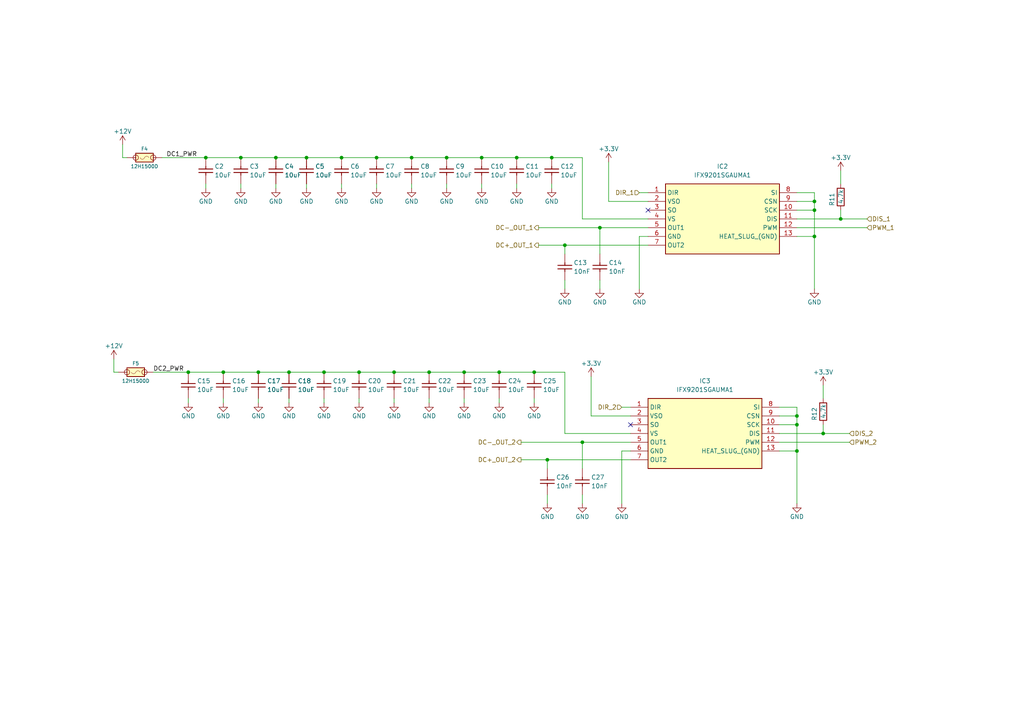
<source format=kicad_sch>
(kicad_sch (version 20230121) (generator eeschema)
  (paper "A4")
  (lib_symbols
    (symbol "Device:R" (pin_numbers hide) (pin_names (offset 0))
      (property "Reference" "R" (at 2.032 0 90))
      (property "Value" "R" (at 0 0 90))
      (symbol "R_0_1"
        (rectangle (start -1.016 -2.54) (end 1.016 2.54) (stroke (width 0.254)))
      )
      (symbol "R_1_1"
        (pin passive line (at 0 3.81 270) (length 1.27) (name "~") (number "1"))
        (pin passive line (at 0 -3.81 90) (length 1.27) (name "~") (number "2"))
      )
    )
    (symbol "IFX9201SGAUMA1:IFX9201SGAUMA1"
      (property "Reference" "IC" (at 39.37 7.62 0))
      (property "Value" "IFX9201SGAUMA1" (at 39.37 5.08 0))
      (symbol "IFX9201SGAUMA1_1_1"
        (rectangle (start 5.08 2.54) (end 38.1 -17.78) (stroke (width 0.254)) (fill (type background)))
        (pin passive line (at 0 0 0) (length 5.08) (name "DIR") (number "1"))
        (pin passive line (at 43.18 -5.08 180) (length 5.08) (name "SCK") (number "10"))
        (pin passive line (at 43.18 -7.62 180) (length 5.08) (name "DIS") (number "11"))
        (pin passive line (at 43.18 -10.16 180) (length 5.08) (name "PWM") (number "12"))
        (pin passive line (at 43.18 -12.7 180) (length 5.08) (name "HEAT_SLUG_(GND)") (number "13"))
        (pin passive line (at 0 -2.54 0) (length 5.08) (name "VSO") (number "2"))
        (pin passive line (at 0 -5.08 0) (length 5.08) (name "SO") (number "3"))
        (pin passive line (at 0 -7.62 0) (length 5.08) (name "VS") (number "4"))
        (pin passive line (at 0 -10.16 0) (length 5.08) (name "OUT1") (number "5"))
        (pin passive line (at 0 -12.7 0) (length 5.08) (name "GND") (number "6"))
        (pin passive line (at 0 -15.24 0) (length 5.08) (name "OUT2") (number "7"))
        (pin passive line (at 43.18 0 180) (length 5.08) (name "SI") (number "8"))
        (pin passive line (at 43.18 -2.54 180) (length 5.08) (name "CSN") (number "9"))
      )
    )
    (symbol "misc:Cap" (pin_numbers hide)
      (property "Reference" "C" (at -3.81 2.54 0))
      (property "Value" "Cap" (at -2.54 -1.27 0))
      (symbol "Cap_1_0"
        (polyline (pts (xy -1.27 0) (xy -0.508 0)) (stroke (width 0.254)))
        (polyline (pts (xy -0.508 -2.032) (xy -0.508 2.032)) (stroke (width 0.254)))
        (polyline (pts (xy 0.508 2.032) (xy 0.508 -2.032)) (stroke (width 0.254)))
        (polyline (pts (xy 1.27 0) (xy 0.508 0)) (stroke (width 0.254)))
        (pin passive line (at -3.81 0 0) (length 2.54) (name "") (number "1"))
        (pin passive line (at 3.81 0 180) (length 2.54) (name "") (number "2"))
      )
    )
    (symbol "misc:Fuse-Pad-Pad" (pin_numbers hide) (pin_names (offset 0.762) hide)
      (property "Reference" "F" (at 0 2.54 0))
      (symbol "Fuse-Pad-Pad_0_1"
        (circle (center -2.54 0) (radius 0.762))
        (arc (start -1.27 0) (mid -0.635 -0.4563) (end 0 0) (stroke (width 0.0005)))
        (arc (start 1.27 0) (mid 0.635 0.398) (end 0 0) (stroke (width 0.0005)))
        (circle (center 2.54 0) (radius 0.762))
        (pin passive line (at -5.08 0 0) (length 2.54) (name "1") (number "1"))
        (pin passive line (at 5.08 0 180) (length 2.54) (name "2") (number "2"))
      )
      (symbol "Fuse-Pad-Pad_1_0"
        (rectangle (start -2.54 -1.27) (end 2.54 1.27) (stroke (width 0.254)) (fill (type background)))
      )
    )
    (symbol "power:+12V" (power) (pin_names (offset 0))
      (property "Value" "+12V" (at 0 3.556 0))
      (symbol "+12V_0_1"
        (polyline (pts (xy -0.762 1.27) (xy 0 2.54)))
        (polyline (pts (xy 0 0) (xy 0 2.54)))
        (polyline (pts (xy 0 2.54) (xy 0.762 1.27)))
      )
      (symbol "+12V_1_1"
        (pin power_in line (at 0 0 90) (length 0) hide (name "+12V") (number "1"))
      )
    )
    (symbol "power:+3.3V" (power) (pin_names (offset 0))
      (property "Value" "+3.3V" (at 0 3.556 0))
      (symbol "+3.3V_0_1"
        (polyline (pts (xy -0.762 1.27) (xy 0 2.54)))
        (polyline (pts (xy 0 0) (xy 0 2.54)))
        (polyline (pts (xy 0 2.54) (xy 0.762 1.27)))
      )
      (symbol "+3.3V_1_1"
        (pin power_in line (at 0 0 90) (length 0) hide (name "+3.3V") (number "1"))
      )
    )
    (symbol "power:GND" (power) (pin_names (offset 0))
      (property "Value" "GND" (at 0 -3.81 0))
      (symbol "GND_0_1"
        (polyline (pts (xy 0 0) (xy 0 -1.27) (xy 1.27 -1.27) (xy 0 -2.54) (xy -1.27 -1.27) (xy 0 -1.27)))
      )
      (symbol "GND_1_1"
        (pin power_in line (at 0 0 270) (length 0) hide (name "GND") (number "1"))
      )
    )
  )
  (junction (at 54.61 107.95))
  (junction (at 243.84 63.5))
  (junction (at 134.62 107.95))
  (junction (at 173.99 66.04))
  (junction (at 59.69 45.72))
  (junction (at 64.77 107.95))
  (junction (at 114.3 107.95))
  (junction (at 93.98 107.95))
  (junction (at 168.91 128.27))
  (junction (at 163.83 71.12))
  (junction (at 149.86 45.72))
  (junction (at 158.75 133.35))
  (junction (at 80.01 45.72))
  (junction (at 104.14 107.95))
  (junction (at 69.85 45.72))
  (junction (at 109.22 45.72))
  (junction (at 144.78 107.95))
  (junction (at 124.46 107.95))
  (junction (at 231.14 130.81))
  (junction (at 236.22 68.58))
  (junction (at 238.76 125.73))
  (junction (at 119.38 45.72))
  (junction (at 231.14 120.65))
  (junction (at 129.54 45.72))
  (junction (at 139.7 45.72))
  (junction (at 231.14 123.19))
  (junction (at 74.93 107.95))
  (junction (at 236.22 60.96))
  (junction (at 160.02 45.72))
  (junction (at 88.9 45.72))
  (junction (at 154.94 107.95))
  (junction (at 236.22 58.42))
  (junction (at 99.06 45.72))
  (junction (at 83.82 107.95))
  (no_connect (at 187.96 60.96))
  (no_connect (at 182.88 123.19))
  (wire (pts (xy 160.02 53.34) (xy 160.02 54.61)))
  (wire (pts (xy 187.96 63.5) (xy 168.91 63.5)))
  (wire (pts (xy 173.99 81.28) (xy 173.99 83.82)))
  (wire (pts (xy 182.88 125.73) (xy 163.83 125.73)))
  (wire (pts (xy 104.14 107.95) (xy 114.3 107.95)))
  (wire (pts (xy 231.14 120.65) (xy 231.14 123.19)))
  (wire (pts (xy 69.85 45.72) (xy 80.01 45.72)))
  (wire (pts (xy 109.22 53.34) (xy 109.22 54.61)))
  (wire (pts (xy 236.22 55.88) (xy 236.22 58.42)))
  (wire (pts (xy 134.62 115.57) (xy 134.62 116.84)))
  (wire (pts (xy 35.56 41.91) (xy 35.56 45.72)))
  (wire (pts (xy 185.42 68.58) (xy 185.42 83.82)))
  (wire (pts (xy 226.06 125.73) (xy 238.76 125.73)))
  (wire (pts (xy 187.96 68.58) (xy 185.42 68.58)))
  (wire (pts (xy 151.13 133.35) (xy 158.75 133.35)))
  (wire (pts (xy 226.06 128.27) (xy 246.38 128.27)))
  (wire (pts (xy 74.93 115.57) (xy 74.93 116.84)))
  (wire (pts (xy 185.42 55.88) (xy 187.96 55.88)))
  (wire (pts (xy 171.45 120.65) (xy 171.45 109.22)))
  (wire (pts (xy 154.94 115.57) (xy 154.94 116.84)))
  (wire (pts (xy 64.77 115.57) (xy 64.77 116.84)))
  (wire (pts (xy 144.78 107.95) (xy 154.94 107.95)))
  (wire (pts (xy 243.84 63.5) (xy 251.46 63.5)))
  (wire (pts (xy 93.98 107.95) (xy 104.14 107.95)))
  (wire (pts (xy 114.3 107.95) (xy 124.46 107.95)))
  (wire (pts (xy 173.99 66.04) (xy 187.96 66.04)))
  (wire (pts (xy 104.14 115.57) (xy 104.14 116.84)))
  (wire (pts (xy 168.91 128.27) (xy 182.88 128.27)))
  (wire (pts (xy 158.75 133.35) (xy 182.88 133.35)))
  (wire (pts (xy 44.45 107.95) (xy 54.61 107.95)))
  (wire (pts (xy 129.54 45.72) (xy 139.7 45.72)))
  (wire (pts (xy 231.14 123.19) (xy 231.14 130.81)))
  (wire (pts (xy 35.56 45.72) (xy 36.83 45.72)))
  (wire (pts (xy 238.76 125.73) (xy 246.38 125.73)))
  (wire (pts (xy 69.85 53.34) (xy 69.85 54.61)))
  (wire (pts (xy 88.9 53.34) (xy 88.9 54.61)))
  (wire (pts (xy 163.83 107.95) (xy 154.94 107.95)))
  (wire (pts (xy 173.99 66.04) (xy 173.99 73.66)))
  (wire (pts (xy 74.93 107.95) (xy 83.82 107.95)))
  (wire (pts (xy 144.78 115.57) (xy 144.78 116.84)))
  (wire (pts (xy 156.21 66.04) (xy 173.99 66.04)))
  (wire (pts (xy 182.88 120.65) (xy 171.45 120.65)))
  (wire (pts (xy 134.62 107.95) (xy 144.78 107.95)))
  (wire (pts (xy 93.98 115.57) (xy 93.98 116.84)))
  (wire (pts (xy 168.91 63.5) (xy 168.91 45.72)))
  (wire (pts (xy 226.06 130.81) (xy 231.14 130.81)))
  (wire (pts (xy 46.99 45.72) (xy 59.69 45.72)))
  (wire (pts (xy 231.14 68.58) (xy 236.22 68.58)))
  (wire (pts (xy 238.76 111.76) (xy 238.76 115.57)))
  (wire (pts (xy 114.3 115.57) (xy 114.3 116.84)))
  (wire (pts (xy 124.46 115.57) (xy 124.46 116.84)))
  (wire (pts (xy 168.91 45.72) (xy 160.02 45.72)))
  (wire (pts (xy 182.88 130.81) (xy 180.34 130.81)))
  (wire (pts (xy 226.06 118.11) (xy 231.14 118.11)))
  (wire (pts (xy 139.7 45.72) (xy 149.86 45.72)))
  (wire (pts (xy 33.02 107.95) (xy 34.29 107.95)))
  (wire (pts (xy 99.06 45.72) (xy 109.22 45.72)))
  (wire (pts (xy 109.22 45.72) (xy 119.38 45.72)))
  (wire (pts (xy 80.01 45.72) (xy 88.9 45.72)))
  (wire (pts (xy 99.06 53.34) (xy 99.06 54.61)))
  (wire (pts (xy 124.46 107.95) (xy 134.62 107.95)))
  (wire (pts (xy 59.69 45.72) (xy 69.85 45.72)))
  (wire (pts (xy 243.84 49.53) (xy 243.84 53.34)))
  (wire (pts (xy 180.34 118.11) (xy 182.88 118.11)))
  (wire (pts (xy 163.83 125.73) (xy 163.83 107.95)))
  (wire (pts (xy 236.22 60.96) (xy 236.22 68.58)))
  (wire (pts (xy 168.91 143.51) (xy 168.91 146.05)))
  (wire (pts (xy 54.61 115.57) (xy 54.61 116.84)))
  (wire (pts (xy 187.96 58.42) (xy 176.53 58.42)))
  (wire (pts (xy 180.34 130.81) (xy 180.34 146.05)))
  (wire (pts (xy 158.75 133.35) (xy 158.75 135.89)))
  (wire (pts (xy 149.86 45.72) (xy 160.02 45.72)))
  (wire (pts (xy 88.9 45.72) (xy 99.06 45.72)))
  (wire (pts (xy 156.21 71.12) (xy 163.83 71.12)))
  (wire (pts (xy 129.54 53.34) (xy 129.54 54.61)))
  (wire (pts (xy 231.14 60.96) (xy 236.22 60.96)))
  (wire (pts (xy 236.22 68.58) (xy 236.22 83.82)))
  (wire (pts (xy 149.86 53.34) (xy 149.86 54.61)))
  (wire (pts (xy 54.61 107.95) (xy 64.77 107.95)))
  (wire (pts (xy 139.7 53.34) (xy 139.7 54.61)))
  (wire (pts (xy 231.14 55.88) (xy 236.22 55.88)))
  (wire (pts (xy 83.82 107.95) (xy 93.98 107.95)))
  (wire (pts (xy 151.13 128.27) (xy 168.91 128.27)))
  (wire (pts (xy 238.76 123.19) (xy 238.76 125.73)))
  (wire (pts (xy 119.38 53.34) (xy 119.38 54.61)))
  (wire (pts (xy 83.82 115.57) (xy 83.82 116.84)))
  (wire (pts (xy 33.02 104.14) (xy 33.02 107.95)))
  (wire (pts (xy 243.84 60.96) (xy 243.84 63.5)))
  (wire (pts (xy 163.83 71.12) (xy 187.96 71.12)))
  (wire (pts (xy 80.01 53.34) (xy 80.01 54.61)))
  (wire (pts (xy 226.06 120.65) (xy 231.14 120.65)))
  (wire (pts (xy 231.14 58.42) (xy 236.22 58.42)))
  (wire (pts (xy 163.83 81.28) (xy 163.83 83.82)))
  (wire (pts (xy 59.69 53.34) (xy 59.69 54.61)))
  (wire (pts (xy 158.75 143.51) (xy 158.75 146.05)))
  (wire (pts (xy 231.14 118.11) (xy 231.14 120.65)))
  (wire (pts (xy 64.77 107.95) (xy 74.93 107.95)))
  (wire (pts (xy 119.38 45.72) (xy 129.54 45.72)))
  (wire (pts (xy 231.14 130.81) (xy 231.14 146.05)))
  (wire (pts (xy 236.22 58.42) (xy 236.22 60.96)))
  (wire (pts (xy 231.14 63.5) (xy 243.84 63.5)))
  (wire (pts (xy 226.06 123.19) (xy 231.14 123.19)))
  (wire (pts (xy 231.14 66.04) (xy 251.46 66.04)))
  (wire (pts (xy 168.91 128.27) (xy 168.91 135.89)))
  (wire (pts (xy 163.83 71.12) (xy 163.83 73.66)))
  (wire (pts (xy 176.53 58.42) (xy 176.53 46.99)))
  (label "DC2_PWR" (at 44.45 107.95 0))
  (label "DC1_PWR" (at 48.26 45.72 0))
  (hierarchical_label "PWM_1" (shape input) (at 251.46 66.04 0))
  (hierarchical_label "DC-_OUT_2" (shape output) (at 151.13 128.27 180))
  (hierarchical_label "DC+_OUT_1" (shape output) (at 156.21 71.12 180))
  (hierarchical_label "DIS_2" (shape input) (at 246.38 125.73 0))
  (hierarchical_label "DC-_OUT_1" (shape output) (at 156.21 66.04 180))
  (hierarchical_label "DIS_1" (shape input) (at 251.46 63.5 0))
  (hierarchical_label "PWM_2" (shape input) (at 246.38 128.27 0))
  (hierarchical_label "DIR_1" (shape input) (at 185.42 55.88 180))
  (hierarchical_label "DIR_2" (shape input) (at 180.34 118.11 180))
  (hierarchical_label "DC+_OUT_2" (shape output) (at 151.13 133.35 180))
  (symbol (lib_id "power:GND") (at 114.3 116.84 0) (unit 1)
    (property "Reference" "#PWR042" (effects hide))
    (property "Value" "GND" (at 114.3 120.65 0))
  )
  (symbol (lib_id "misc:Cap") (at 124.46 111.76 90) (unit 1)
    (property "Reference" "C22" (at 127 110.49 90) (effects (justify right)))
    (property "Value" "10uF" (at 127 113.03 90) (effects (justify right)))
    (property "Footprint" "Hellen:C0805" (effects hide))
    (property "LCSC" "C15850" (effects hide))
  )
  (symbol (lib_id "power:GND") (at 236.22 83.82 0) (unit 1)
    (property "Reference" "#PWR034" (effects hide))
    (property "Value" "GND" (at 236.22 87.63 0))
  )
  (symbol (lib_id "power:GND") (at 160.02 54.61 0) (unit 1)
    (property "Reference" "#PWR028" (effects hide))
    (property "Value" "GND" (at 160.02 58.42 0))
  )
  (symbol (lib_id "misc:Cap") (at 144.78 111.76 90) (unit 1)
    (property "Reference" "C24" (at 147.32 110.49 90) (effects (justify right)))
    (property "Value" "10uF" (at 147.32 113.03 90) (effects (justify right)))
    (property "Footprint" "Hellen:C0805" (effects hide))
    (property "LCSC" "C15850" (effects hide))
  )
  (symbol (lib_id "power:GND") (at 158.75 146.05 0) (unit 1)
    (property "Reference" "#PWR047" (effects hide))
    (property "Value" "GND" (at 158.75 149.86 0))
  )
  (symbol (lib_id "power:GND") (at 163.83 83.82 0) (unit 1)
    (property "Reference" "#PWR031" (effects hide))
    (property "Value" "GND" (at 163.83 87.63 0))
  )
  (symbol (lib_id "misc:Cap") (at 109.22 49.53 90) (unit 1)
    (property "Reference" "C7" (at 111.76 48.26 90) (effects (justify right)))
    (property "Value" "10uF" (at 111.76 50.8 90) (effects (justify right)))
    (property "Footprint" "Hellen:C0805" (effects hide))
    (property "LCSC" "C15850" (effects hide))
  )
  (symbol (lib_id "power:GND") (at 129.54 54.61 0) (unit 1)
    (property "Reference" "#PWR025" (effects hide))
    (property "Value" "GND" (at 129.54 58.42 0))
  )
  (symbol (lib_id "power:GND") (at 139.7 54.61 0) (unit 1)
    (property "Reference" "#PWR026" (effects hide))
    (property "Value" "GND" (at 139.7 58.42 0))
  )
  (symbol (lib_id "power:GND") (at 180.34 146.05 0) (unit 1)
    (property "Reference" "#PWR050" (effects hide))
    (property "Value" "GND" (at 180.34 149.86 0))
  )
  (symbol (lib_id "misc:Cap") (at 129.54 49.53 90) (unit 1)
    (property "Reference" "C9" (at 132.08 48.26 90) (effects (justify right)))
    (property "Value" "10uF" (at 132.08 50.8 90) (effects (justify right)))
    (property "Footprint" "Hellen:C0805" (effects hide))
    (property "LCSC" "C15850" (effects hide))
  )
  (symbol (lib_id "power:GND") (at 74.93 116.84 0) (unit 1)
    (property "Reference" "#PWR038" (effects hide))
    (property "Value" "GND" (at 74.93 120.65 0))
  )
  (symbol (lib_id "power:GND") (at 231.14 146.05 0) (unit 1)
    (property "Reference" "#PWR051" (effects hide))
    (property "Value" "GND" (at 231.14 149.86 0))
  )
  (symbol (lib_id "misc:Cap") (at 134.62 111.76 90) (unit 1)
    (property "Reference" "C23" (at 137.16 110.49 90) (effects (justify right)))
    (property "Value" "10uF" (at 137.16 113.03 90) (effects (justify right)))
    (property "Footprint" "Hellen:C0805" (effects hide))
    (property "LCSC" "C15850" (effects hide))
  )
  (symbol (lib_id "power:+3.3V") (at 243.84 49.53 0) (unit 1)
    (property "Reference" "#PWR030" (effects hide))
    (property "Value" "+3.3V" (at 243.84 45.72 0))
  )
  (symbol (lib_id "power:GND") (at 185.42 83.82 0) (unit 1)
    (property "Reference" "#PWR033" (effects hide))
    (property "Value" "GND" (at 185.42 87.63 0))
  )
  (symbol (lib_id "misc:Cap") (at 168.91 139.7 90) (unit 1)
    (property "Reference" "C27" (at 171.45 138.43 90) (effects (justify right)))
    (property "Value" "10nF" (at 171.45 140.97 90) (effects (justify right)))
    (property "Footprint" "Hellen:C0603" (effects hide))
    (property "LCSC" "C57112" (effects hide))
  )
  (symbol (lib_id "power:GND") (at 144.78 116.84 0) (unit 1)
    (property "Reference" "#PWR045" (effects hide))
    (property "Value" "GND" (at 144.78 120.65 0))
  )
  (symbol (lib_id "power:GND") (at 134.62 116.84 0) (unit 1)
    (property "Reference" "#PWR044" (effects hide))
    (property "Value" "GND" (at 134.62 120.65 0))
  )
  (symbol (lib_id "Device:R") (at 238.76 119.38 180) (unit 1)
    (property "Reference" "R12" (at 236.22 118.11 90) (effects (justify left)))
    (property "Value" "4.7k" (at 238.8108 117.1448 90) (effects (justify left)))
    (property "Footprint" "Hellen:R0603" (effects hide))
    (property "LCSC" "C23162" (effects hide))
  )
  (symbol (lib_id "misc:Cap") (at 74.93 111.76 90) (unit 1)
    (property "Reference" "C17" (at 77.47 110.49 90) (effects (justify right)))
    (property "Value" "10uF" (at 77.47 113.03 90) (effects (justify right)))
    (property "Footprint" "Hellen:C0805" (effects hide))
    (property "LCSC" "C15850" (effects hide))
  )
  (symbol (lib_id "power:+3.3V") (at 171.45 109.22 0) (unit 1)
    (property "Reference" "#PWR049" (effects hide))
    (property "Value" "+3.3V" (at 171.45 105.41 0))
  )
  (symbol (lib_id "misc:Fuse-Pad-Pad") (at 41.91 45.72 0) (unit 1)
    (property "Reference" "F4" (at 41.91 43.18 0) (effects (font (size 1.016 1.016))))
    (property "Value" "12H1500D" (at 41.91 48.26 0) (effects (font (size 1.016 1.016))))
    (property "Footprint" "Hellen:PAD-1206-PAD" (effects hide))
    (property "LCSC" "C182446" (effects hide))
  )
  (symbol (lib_id "misc:Cap") (at 154.94 111.76 90) (unit 1)
    (property "Reference" "C25" (at 157.48 110.49 90) (effects (justify right)))
    (property "Value" "10uF" (at 157.48 113.03 90) (effects (justify right)))
    (property "Footprint" "Hellen:C0805" (effects hide))
    (property "LCSC" "C15850" (effects hide))
  )
  (symbol (lib_id "power:GND") (at 83.82 116.84 0) (unit 1)
    (property "Reference" "#PWR039" (effects hide))
    (property "Value" "GND" (at 83.82 120.65 0))
  )
  (symbol (lib_id "misc:Cap") (at 139.7 49.53 90) (unit 1)
    (property "Reference" "C10" (at 142.24 48.26 90) (effects (justify right)))
    (property "Value" "10uF" (at 142.24 50.8 90) (effects (justify right)))
    (property "Footprint" "Hellen:C0805" (effects hide))
    (property "LCSC" "C15850" (effects hide))
  )
  (symbol (lib_id "power:GND") (at 88.9 54.61 0) (unit 1)
    (property "Reference" "#PWR021" (effects hide))
    (property "Value" "GND" (at 88.9 58.42 0))
  )
  (symbol (lib_id "power:GND") (at 149.86 54.61 0) (unit 1)
    (property "Reference" "#PWR027" (effects hide))
    (property "Value" "GND" (at 149.86 58.42 0))
  )
  (symbol (lib_id "power:GND") (at 80.01 54.61 0) (unit 1)
    (property "Reference" "#PWR020" (effects hide))
    (property "Value" "GND" (at 80.01 58.42 0))
  )
  (symbol (lib_id "misc:Fuse-Pad-Pad") (at 39.37 107.95 0) (unit 1)
    (property "Reference" "F5" (at 39.37 105.41 0) (effects (font (size 1.016 1.016))))
    (property "Value" "12H1500D" (at 39.37 110.49 0) (effects (font (size 1.016 1.016))))
    (property "Footprint" "Hellen:PAD-1206-PAD" (effects hide))
    (property "LCSC" "C182446" (effects hide))
  )
  (symbol (lib_id "power:+12V") (at 35.56 41.91 0) (unit 1)
    (property "Reference" "#PWR017" (effects hide))
    (property "Value" "+12V" (at 35.56 38.1 0))
  )
  (symbol (lib_id "Device:R") (at 243.84 57.15 180) (unit 1)
    (property "Reference" "R11" (at 241.3 55.88 90) (effects (justify left)))
    (property "Value" "4.7k" (at 243.8908 54.9148 90) (effects (justify left)))
    (property "Footprint" "Hellen:R0603" (effects hide))
    (property "LCSC" "C23162" (effects hide))
  )
  (symbol (lib_id "power:+3.3V") (at 176.53 46.99 0) (unit 1)
    (property "Reference" "#PWR029" (effects hide))
    (property "Value" "+3.3V" (at 176.53 43.18 0))
  )
  (symbol (lib_id "power:GND") (at 154.94 116.84 0) (unit 1)
    (property "Reference" "#PWR046" (effects hide))
    (property "Value" "GND" (at 154.94 120.65 0))
  )
  (symbol (lib_id "misc:Cap") (at 88.9 49.53 90) (unit 1)
    (property "Reference" "C5" (at 91.44 48.26 90) (effects (justify right)))
    (property "Value" "10uF" (at 91.44 50.8 90) (effects (justify right)))
    (property "Footprint" "Hellen:C0805" (effects hide))
    (property "LCSC" "C15850" (effects hide))
  )
  (symbol (lib_id "power:GND") (at 93.98 116.84 0) (unit 1)
    (property "Reference" "#PWR040" (effects hide))
    (property "Value" "GND" (at 93.98 120.65 0))
  )
  (symbol (lib_id "IFX9201SGAUMA1:IFX9201SGAUMA1") (at 182.88 118.11 0) (unit 1)
    (property "Reference" "IC3" (at 204.47 110.49 0))
    (property "Value" "IFX9201SGAUMA1" (at 204.47 113.03 0))
    (property "Footprint" "Hellen:PG-DSO-12-17" (effects hide))
    (property "Datasheet" "https://www.infineon.com/dgdl/Infineon-IFX9201SG-DS-v01_01-EN.pdf?fileId=5546d4624cb7f111014d2e8916795dea" (effects hide))
    (property "Height" "2.6" (effects hide))
    (property "Mouser Part Number" "726-IFX9201SGAUMA1" (effects hide))
    (property "Mouser Price/Stock" "https://www.mouser.co.uk/ProductDetail/Infineon-Technologies/IFX9201SGAUMA1?qs=CVaTMblcXggE9XQ1VnAvKA%3D%3D" (effects hide))
    (property "Manufacturer_Name" "Infineon" (effects hide))
    (property "Manufacturer_Part_Number" "IFX9201SGAUMA1" (effects hide))
    (property "LCSC" "C112633" (effects hide))
  )
  (symbol (lib_id "power:GND") (at 109.22 54.61 0) (unit 1)
    (property "Reference" "#PWR023" (effects hide))
    (property "Value" "GND" (at 109.22 58.42 0))
  )
  (symbol (lib_id "misc:Cap") (at 149.86 49.53 90) (unit 1)
    (property "Reference" "C11" (at 152.4 48.26 90) (effects (justify right)))
    (property "Value" "10uF" (at 152.4 50.8 90) (effects (justify right)))
    (property "Footprint" "Hellen:C0805" (effects hide))
    (property "LCSC" "C15850" (effects hide))
  )
  (symbol (lib_id "misc:Cap") (at 173.99 77.47 90) (unit 1)
    (property "Reference" "C14" (at 176.53 76.2 90) (effects (justify right)))
    (property "Value" "10nF" (at 176.53 78.74 90) (effects (justify right)))
    (property "Footprint" "Hellen:C0603" (effects hide))
    (property "LCSC" "C57112" (effects hide))
  )
  (symbol (lib_id "power:+12V") (at 33.02 104.14 0) (unit 1)
    (property "Reference" "#PWR035" (effects hide))
    (property "Value" "+12V" (at 33.02 100.33 0))
  )
  (symbol (lib_id "power:GND") (at 64.77 116.84 0) (unit 1)
    (property "Reference" "#PWR037" (effects hide))
    (property "Value" "GND" (at 64.77 120.65 0))
  )
  (symbol (lib_id "power:GND") (at 168.91 146.05 0) (unit 1)
    (property "Reference" "#PWR048" (effects hide))
    (property "Value" "GND" (at 168.91 149.86 0))
  )
  (symbol (lib_id "misc:Cap") (at 163.83 77.47 90) (unit 1)
    (property "Reference" "C13" (at 166.37 76.2 90) (effects (justify right)))
    (property "Value" "10nF" (at 166.37 78.74 90) (effects (justify right)))
    (property "Footprint" "Hellen:C0603" (effects hide))
    (property "LCSC" "C57112" (effects hide))
  )
  (symbol (lib_id "misc:Cap") (at 83.82 111.76 90) (unit 1)
    (property "Reference" "C18" (at 86.36 110.49 90) (effects (justify right)))
    (property "Value" "10uF" (at 86.36 113.03 90) (effects (justify right)))
    (property "Footprint" "Hellen:C0805" (effects hide))
    (property "LCSC" "C15850" (effects hide))
  )
  (symbol (lib_id "power:GND") (at 69.85 54.61 0) (unit 1)
    (property "Reference" "#PWR019" (effects hide))
    (property "Value" "GND" (at 69.85 58.42 0))
  )
  (symbol (lib_id "misc:Cap") (at 54.61 111.76 90) (unit 1)
    (property "Reference" "C15" (at 57.15 110.49 90) (effects (justify right)))
    (property "Value" "10uF" (at 57.15 113.03 90) (effects (justify right)))
    (property "Footprint" "Hellen:C0805" (effects hide))
    (property "LCSC" "C15850" (effects hide))
  )
  (symbol (lib_id "misc:Cap") (at 93.98 111.76 90) (unit 1)
    (property "Reference" "C19" (at 96.52 110.49 90) (effects (justify right)))
    (property "Value" "10uF" (at 96.52 113.03 90) (effects (justify right)))
    (property "Footprint" "Hellen:C0805" (effects hide))
    (property "LCSC" "C15850" (effects hide))
  )
  (symbol (lib_id "power:GND") (at 173.99 83.82 0) (unit 1)
    (property "Reference" "#PWR032" (effects hide))
    (property "Value" "GND" (at 173.99 87.63 0))
  )
  (symbol (lib_id "IFX9201SGAUMA1:IFX9201SGAUMA1") (at 187.96 55.88 0) (unit 1)
    (property "Reference" "IC2" (at 209.55 48.26 0))
    (property "Value" "IFX9201SGAUMA1" (at 209.55 50.8 0))
    (property "Footprint" "Hellen:PG-DSO-12-17" (effects hide))
    (property "Datasheet" "https://www.infineon.com/dgdl/Infineon-IFX9201SG-DS-v01_01-EN.pdf?fileId=5546d4624cb7f111014d2e8916795dea" (effects hide))
    (property "Height" "2.6" (effects hide))
    (property "Mouser Part Number" "726-IFX9201SGAUMA1" (effects hide))
    (property "Mouser Price/Stock" "https://www.mouser.co.uk/ProductDetail/Infineon-Technologies/IFX9201SGAUMA1?qs=CVaTMblcXggE9XQ1VnAvKA%3D%3D" (effects hide))
    (property "Manufacturer_Name" "Infineon" (effects hide))
    (property "Manufacturer_Part_Number" "IFX9201SGAUMA1" (effects hide))
    (property "LCSC" "C112633" (effects hide))
  )
  (symbol (lib_id "power:GND") (at 54.61 116.84 0) (unit 1)
    (property "Reference" "#PWR036" (effects hide))
    (property "Value" "GND" (at 54.61 120.65 0))
  )
  (symbol (lib_id "misc:Cap") (at 119.38 49.53 90) (unit 1)
    (property "Reference" "C8" (at 121.92 48.26 90) (effects (justify right)))
    (property "Value" "10uF" (at 121.92 50.8 90) (effects (justify right)))
    (property "Footprint" "Hellen:C0805" (effects hide))
    (property "LCSC" "C15850" (effects hide))
  )
  (symbol (lib_id "power:GND") (at 99.06 54.61 0) (unit 1)
    (property "Reference" "#PWR022" (effects hide))
    (property "Value" "GND" (at 99.06 58.42 0))
  )
  (symbol (lib_id "misc:Cap") (at 59.69 49.53 90) (unit 1)
    (property "Reference" "C2" (at 62.23 48.26 90) (effects (justify right)))
    (property "Value" "10uF" (at 62.23 50.8 90) (effects (justify right)))
    (property "Footprint" "Hellen:C0805" (effects hide))
    (property "LCSC" "C15850" (effects hide))
  )
  (symbol (lib_id "misc:Cap") (at 99.06 49.53 90) (unit 1)
    (property "Reference" "C6" (at 101.6 48.26 90) (effects (justify right)))
    (property "Value" "10uF" (at 101.6 50.8 90) (effects (justify right)))
    (property "Footprint" "Hellen:C0805" (effects hide))
    (property "LCSC" "C15850" (effects hide))
  )
  (symbol (lib_id "misc:Cap") (at 158.75 139.7 90) (unit 1)
    (property "Reference" "C26" (at 161.29 138.43 90) (effects (justify right)))
    (property "Value" "10nF" (at 161.29 140.97 90) (effects (justify right)))
    (property "Footprint" "Hellen:C0603" (effects hide))
    (property "LCSC" "C57112" (effects hide))
  )
  (symbol (lib_id "power:GND") (at 104.14 116.84 0) (unit 1)
    (property "Reference" "#PWR041" (effects hide))
    (property "Value" "GND" (at 104.14 120.65 0))
  )
  (symbol (lib_id "misc:Cap") (at 64.77 111.76 90) (unit 1)
    (property "Reference" "C16" (at 67.31 110.49 90) (effects (justify right)))
    (property "Value" "10uF" (at 67.31 113.03 90) (effects (justify right)))
    (property "Footprint" "Hellen:C0805" (effects hide))
    (property "LCSC" "C15850" (effects hide))
  )
  (symbol (lib_id "power:GND") (at 124.46 116.84 0) (unit 1)
    (property "Reference" "#PWR043" (effects hide))
    (property "Value" "GND" (at 124.46 120.65 0))
  )
  (symbol (lib_id "misc:Cap") (at 160.02 49.53 90) (unit 1)
    (property "Reference" "C12" (at 162.56 48.26 90) (effects (justify right)))
    (property "Value" "10uF" (at 162.56 50.8 90) (effects (justify right)))
    (property "Footprint" "Hellen:C0805" (effects hide))
    (property "LCSC" "C15850" (effects hide))
  )
  (symbol (lib_id "misc:Cap") (at 69.85 49.53 90) (unit 1)
    (property "Reference" "C3" (at 72.39 48.26 90) (effects (justify right)))
    (property "Value" "10uF" (at 72.39 50.8 90) (effects (justify right)))
    (property "Footprint" "Hellen:C0805" (effects hide))
    (property "LCSC" "C15850" (effects hide))
  )
  (symbol (lib_id "power:GND") (at 119.38 54.61 0) (unit 1)
    (property "Reference" "#PWR024" (effects hide))
    (property "Value" "GND" (at 119.38 58.42 0))
  )
  (symbol (lib_id "power:+3.3V") (at 238.76 111.76 0) (unit 1)
    (property "Reference" "#PWR052" (effects hide))
    (property "Value" "+3.3V" (at 238.76 107.95 0))
  )
  (symbol (lib_id "misc:Cap") (at 114.3 111.76 90) (unit 1)
    (property "Reference" "C21" (at 116.84 110.49 90) (effects (justify right)))
    (property "Value" "10uF" (at 116.84 113.03 90) (effects (justify right)))
    (property "Footprint" "Hellen:C0805" (effects hide))
    (property "LCSC" "C15850" (effects hide))
  )
  (symbol (lib_id "misc:Cap") (at 80.01 49.53 90) (unit 1)
    (property "Reference" "C4" (at 82.55 48.26 90) (effects (justify right)))
    (property "Value" "10uF" (at 82.55 50.8 90) (effects (justify right)))
    (property "Footprint" "Hellen:C0805" (effects hide))
    (property "LCSC" "C15850" (effects hide))
  )
  (symbol (lib_id "power:GND") (at 59.69 54.61 0) (unit 1)
    (property "Reference" "#PWR018" (effects hide))
    (property "Value" "GND" (at 59.69 58.42 0))
  )
  (symbol (lib_id "misc:Cap") (at 104.14 111.76 90) (unit 1)
    (property "Reference" "C20" (at 106.68 110.49 90) (effects (justify right)))
    (property "Value" "10uF" (at 106.68 113.03 90) (effects (justify right)))
    (property "Footprint" "Hellen:C0805" (effects hide))
    (property "LCSC" "C15850" (effects hide))
  )
)
</source>
